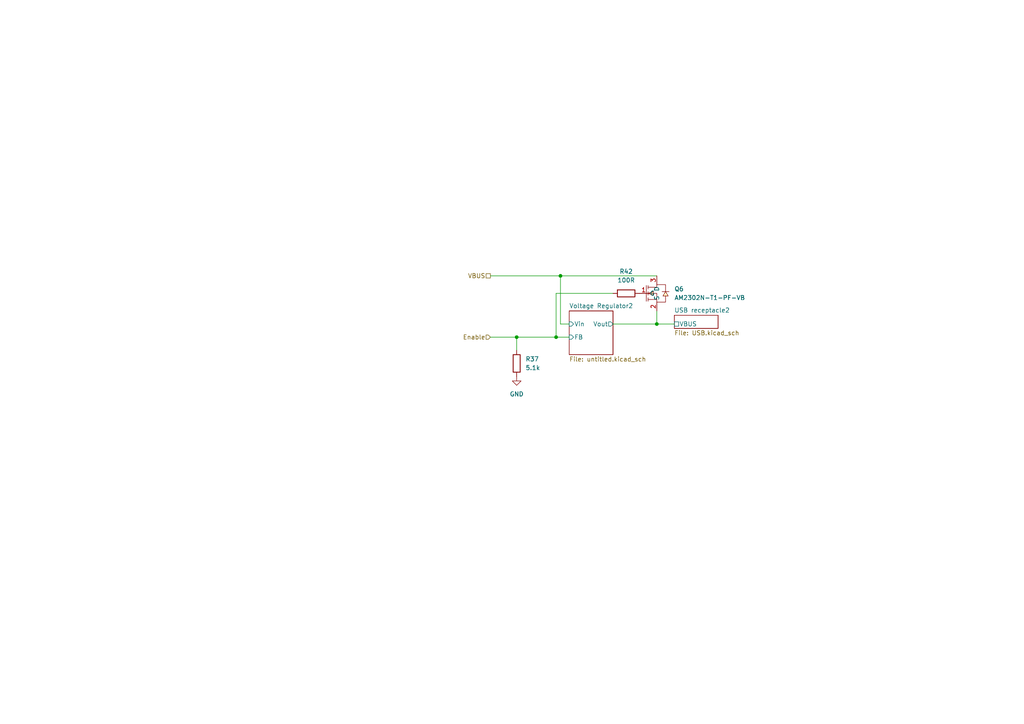
<source format=kicad_sch>
(kicad_sch (version 20250114) (generator "eeschema") (generator_version "9.0")
  (paper "A4")
  (lib_symbols
    (symbol "Device:R" (pin_numbers (hide yes)) (pin_names (offset 0))
      (property "Reference" "R" (at 2.032 0 90))
      (property "Value" "R" (at 0 0 90))
      (symbol "R_0_1"
        (rectangle (start -1.016 -2.54) (end 1.016 2.54) (stroke (width 0.254)))
      )
      (symbol "R_1_1"
        (pin passive line (at 0 3.81 270) (length 1.27) (name "~") (number "1"))
        (pin passive line (at 0 -3.81 90) (length 1.27) (name "~") (number "2"))
      )
    )
    (symbol "easyeda2kicad:AM2302N-T1-PF-VB"
      (property "Reference" "Q" (at 0 10.16 0))
      (property "Value" "AM2302N-T1-PF-VB" (at 0 -10.16 0))
      (symbol "AM2302N-T1-PF-VB_0_1"
        (polyline (pts (xy -3.05 2.29) (xy -3.05 -2.29)))
        (polyline (pts (xy -2.54 2.29) (xy -2.54 1.27)))
        (polyline (pts (xy -2.54 1.78) (xy 0 1.78) (xy 0 2.54) (xy 2.54 2.54) (xy 2.54 0.51)))
        (polyline (pts (xy -2.54 0) (xy -1.02 -0.51) (xy -1.02 0.51) (xy -2.54 0)) (fill (type background)))
        (polyline (pts (xy -2.54 0) (xy 0 0) (xy 0 -2.54) (xy 2.54 -2.54) (xy 2.54 -0.76)))
        (polyline (pts (xy -2.54 -0.51) (xy -2.54 0.51)))
        (polyline (pts (xy -2.54 -2.29) (xy -2.54 -1.27)))
        (polyline (pts (xy 0 -1.78) (xy -2.54 -1.78)))
        (polyline (pts (xy 2.54 0.51) (xy 1.78 -0.76) (xy 3.3 -0.76) (xy 2.54 0.51)) (fill (type background)))
        (polyline (pts (xy 3.56 0.51) (xy 3.05 0.51) (xy 2.03 0.51) (xy 1.52 0.51)))
        (pin unspecified line (at -5.08 0 0) (length 2.54) (name "G") (number "1"))
        (pin unspecified line (at 0 5.08 270) (length 2.54) (name "D") (number "3"))
        (pin unspecified line (at 0 -5.08 90) (length 2.54) (name "S") (number "2"))
      )
    )
    (symbol "power:GND" (power) (pin_numbers (hide yes)) (pin_names (offset 0) (hide yes))
      (property "Value" "GND" (at 0 -3.81 0))
      (symbol "GND_0_1"
        (polyline (pts (xy 0 0) (xy 0 -1.27) (xy 1.27 -1.27) (xy 0 -2.54) (xy -1.27 -1.27) (xy 0 -1.27)))
      )
      (symbol "GND_1_1"
        (pin power_in line (at 0 0 270) (length 0) (name "~") (number "1"))
      )
    )
  )
  (junction (at 161.29 97.79))
  (junction (at 149.86 97.79))
  (junction (at 190.5 93.98))
  (junction (at 162.56 80.01))
  (wire (pts (xy 161.29 85.09) (xy 177.8 85.09)))
  (wire (pts (xy 162.56 80.01) (xy 190.5 80.01)))
  (wire (pts (xy 149.86 97.79) (xy 161.29 97.79)))
  (wire (pts (xy 162.56 93.98) (xy 162.56 80.01)))
  (wire (pts (xy 142.24 97.79) (xy 149.86 97.79)))
  (wire (pts (xy 142.24 80.01) (xy 162.56 80.01)))
  (wire (pts (xy 165.1 93.98) (xy 162.56 93.98)))
  (wire (pts (xy 177.8 93.98) (xy 190.5 93.98)))
  (wire (pts (xy 161.29 97.79) (xy 165.1 97.79)))
  (wire (pts (xy 149.86 97.79) (xy 149.86 101.6)))
  (wire (pts (xy 190.5 93.98) (xy 195.58 93.98)))
  (wire (pts (xy 161.29 85.09) (xy 161.29 97.79)))
  (wire (pts (xy 190.5 90.17) (xy 190.5 93.98)))
  (hierarchical_label "Enable" (shape input) (at 142.24 97.79 180))
  (hierarchical_label "VBUS" (shape passive) (at 142.24 80.01 180))
  (symbol (lib_id "Device:R") (at 149.86 105.41 180) (unit 1)
    (property "Reference" "R33" (at 152.4 104.1399 0) (effects (justify right)))
    (property "Value" "5.1k" (at 152.4 106.6799 0) (effects (justify right)))
    (property "Footprint" "Resistor_SMD:R_0603_1608Metric_Pad0.98x0.95mm_HandSolder" (effects (hide yes)))
    (property "Description" "Resistor" (effects (hide yes)))
    (instances (project "charger" (path "" (reference "R37") (unit 1)) (path "" (reference "R36") (unit 1)) (path "" (reference "R33") (unit 1)) (path "" (reference "R34") (unit 1)) (path "" (reference "R35") (unit 1))))
  )
  (symbol (lib_id "Device:R") (at 181.61 85.09 270) (unit 1)
    (property "Reference" "R38" (at 181.61 78.74 90))
    (property "Value" "100R" (at 181.61 81.28 90))
    (property "Footprint" "Resistor_SMD:R_0603_1608Metric_Pad0.98x0.95mm_HandSolder" (effects (hide yes)))
    (property "Description" "Resistor" (effects (hide yes)))
    (instances (project "charger" (path "" (reference "R42") (unit 1)) (path "" (reference "R41") (unit 1)) (path "" (reference "R38") (unit 1)) (path "" (reference "R39") (unit 1)) (path "" (reference "R40") (unit 1))))
  )
  (symbol (lib_id "power:GND") (at 149.86 109.22 0) (unit 1)
    (property "Reference" "#PWR060" (effects (hide yes)))
    (property "Value" "GND" (at 149.86 114.3 0))
    (property "Description" "Power symbol creates a global label with name \"GND\" , ground" (effects (hide yes)))
    (instances (project "charger" (path "" (reference "#PWR064") (unit 1)) (path "" (reference "#PWR063") (unit 1)) (path "" (reference "#PWR060") (unit 1)) (path "" (reference "#PWR061") (unit 1)) (path "" (reference "#PWR062") (unit 1))))
  )
  (symbol (lib_id "easyeda2kicad:AM2302N-T1-PF-VB") (at 190.5 85.09 0) (unit 1)
    (property "Reference" "Q3" (at 195.58 83.8199 0) (effects (justify left)))
    (property "Value" "AM2302N-T1-PF-VB" (at 195.58 86.3599 0) (effects (justify left)))
    (property "Footprint" "easyeda2kicad:SOT-23-3_L2.9-W1.3-P1.90-LS2.4-BR" (effects (hide yes)))
    (property "LCSC Part" "C6705248" (effects (hide yes)))
    (instances (project "charger" (path "" (reference "Q6") (unit 1)) (path "" (reference "Q5") (unit 1)) (path "" (reference "Q3") (unit 1)) (path "" (reference "Q2") (unit 1)) (path "" (reference "Q4") (unit 1))))
  )
  (sheet (at 195.58 91.44) (size 12.7 3.81) (stroke (width 0.1524))
    (property "Sheetname" "USB receptacle2" (at 195.58 90.7284 0) (effects (justify left bottom)))
    (property "Sheetfile" "USB.kicad_sch" (at 195.58 95.8346 0) (effects (justify left top)))
    (pin "VBUS" passive (at 195.58 93.98 180))
  )
  (sheet (at 165.1 90.17) (size 12.7 12.7) (stroke (width 0.1524))
    (property "Sheetname" "Voltage Regulator2" (at 165.1 89.4584 0) (effects (justify left bottom)))
    (property "Sheetfile" "untitled.kicad_sch" (at 165.1 103.4546 0) (effects (justify left top)))
    (pin "Vin" input (at 165.1 93.98 180))
    (pin "FB" input (at 165.1 97.79 180))
    (pin "Vout" output (at 177.8 93.98 0))
  )
)
</source>
